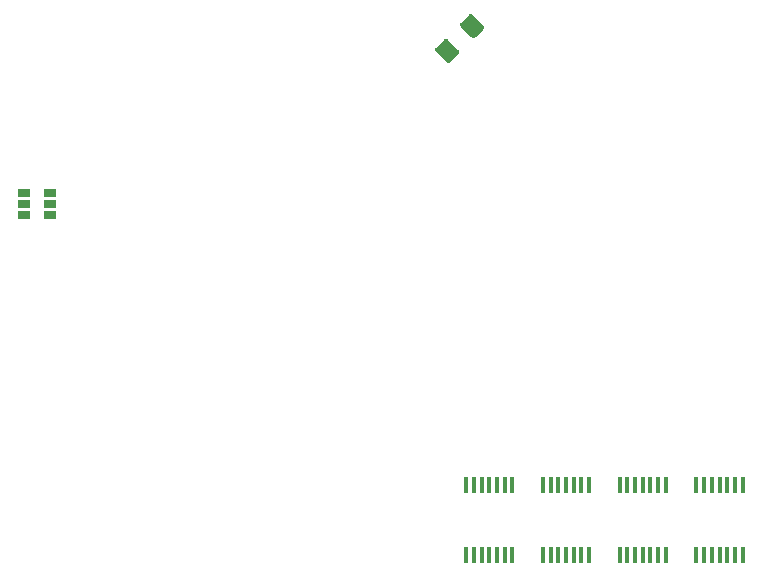
<source format=gbr>
G04 #@! TF.GenerationSoftware,KiCad,Pcbnew,(5.1.2)-1*
G04 #@! TF.CreationDate,2019-06-26T13:36:35-07:00*
G04 #@! TF.ProjectId,FIFO_P,4649464f-5f50-42e6-9b69-6361645f7063,rev?*
G04 #@! TF.SameCoordinates,Original*
G04 #@! TF.FileFunction,Paste,Bot*
G04 #@! TF.FilePolarity,Positive*
%FSLAX46Y46*%
G04 Gerber Fmt 4.6, Leading zero omitted, Abs format (unit mm)*
G04 Created by KiCad (PCBNEW (5.1.2)-1) date 2019-06-26 13:36:35*
%MOMM*%
%LPD*%
G04 APERTURE LIST*
%ADD10C,0.100000*%
%ADD11C,1.425000*%
%ADD12R,0.450000X1.450000*%
%ADD13R,1.060000X0.650000*%
G04 APERTURE END LIST*
D10*
G36*
X106211359Y-72680142D02*
G01*
X106235566Y-72683733D01*
X106259305Y-72689679D01*
X106282347Y-72697923D01*
X106304470Y-72708387D01*
X106325461Y-72720968D01*
X106345117Y-72735546D01*
X106363250Y-72751981D01*
X107248019Y-73636750D01*
X107264454Y-73654883D01*
X107279032Y-73674539D01*
X107291613Y-73695530D01*
X107302077Y-73717653D01*
X107310321Y-73740695D01*
X107316267Y-73764434D01*
X107319858Y-73788641D01*
X107321059Y-73813084D01*
X107319858Y-73837527D01*
X107316267Y-73861734D01*
X107310321Y-73885473D01*
X107302077Y-73908515D01*
X107291613Y-73930638D01*
X107279032Y-73951629D01*
X107264454Y-73971285D01*
X107248019Y-73989418D01*
X106593060Y-74644377D01*
X106574927Y-74660812D01*
X106555271Y-74675390D01*
X106534280Y-74687971D01*
X106512157Y-74698435D01*
X106489115Y-74706679D01*
X106465376Y-74712625D01*
X106441169Y-74716216D01*
X106416726Y-74717417D01*
X106392283Y-74716216D01*
X106368076Y-74712625D01*
X106344337Y-74706679D01*
X106321295Y-74698435D01*
X106299172Y-74687971D01*
X106278181Y-74675390D01*
X106258525Y-74660812D01*
X106240392Y-74644377D01*
X105355623Y-73759608D01*
X105339188Y-73741475D01*
X105324610Y-73721819D01*
X105312029Y-73700828D01*
X105301565Y-73678705D01*
X105293321Y-73655663D01*
X105287375Y-73631924D01*
X105283784Y-73607717D01*
X105282583Y-73583274D01*
X105283784Y-73558831D01*
X105287375Y-73534624D01*
X105293321Y-73510885D01*
X105301565Y-73487843D01*
X105312029Y-73465720D01*
X105324610Y-73444729D01*
X105339188Y-73425073D01*
X105355623Y-73406940D01*
X106010582Y-72751981D01*
X106028715Y-72735546D01*
X106048371Y-72720968D01*
X106069362Y-72708387D01*
X106091485Y-72697923D01*
X106114527Y-72689679D01*
X106138266Y-72683733D01*
X106162473Y-72680142D01*
X106186916Y-72678941D01*
X106211359Y-72680142D01*
X106211359Y-72680142D01*
G37*
D11*
X106301821Y-73698179D03*
D10*
G36*
X104107717Y-74783784D02*
G01*
X104131924Y-74787375D01*
X104155663Y-74793321D01*
X104178705Y-74801565D01*
X104200828Y-74812029D01*
X104221819Y-74824610D01*
X104241475Y-74839188D01*
X104259608Y-74855623D01*
X105144377Y-75740392D01*
X105160812Y-75758525D01*
X105175390Y-75778181D01*
X105187971Y-75799172D01*
X105198435Y-75821295D01*
X105206679Y-75844337D01*
X105212625Y-75868076D01*
X105216216Y-75892283D01*
X105217417Y-75916726D01*
X105216216Y-75941169D01*
X105212625Y-75965376D01*
X105206679Y-75989115D01*
X105198435Y-76012157D01*
X105187971Y-76034280D01*
X105175390Y-76055271D01*
X105160812Y-76074927D01*
X105144377Y-76093060D01*
X104489418Y-76748019D01*
X104471285Y-76764454D01*
X104451629Y-76779032D01*
X104430638Y-76791613D01*
X104408515Y-76802077D01*
X104385473Y-76810321D01*
X104361734Y-76816267D01*
X104337527Y-76819858D01*
X104313084Y-76821059D01*
X104288641Y-76819858D01*
X104264434Y-76816267D01*
X104240695Y-76810321D01*
X104217653Y-76802077D01*
X104195530Y-76791613D01*
X104174539Y-76779032D01*
X104154883Y-76764454D01*
X104136750Y-76748019D01*
X103251981Y-75863250D01*
X103235546Y-75845117D01*
X103220968Y-75825461D01*
X103208387Y-75804470D01*
X103197923Y-75782347D01*
X103189679Y-75759305D01*
X103183733Y-75735566D01*
X103180142Y-75711359D01*
X103178941Y-75686916D01*
X103180142Y-75662473D01*
X103183733Y-75638266D01*
X103189679Y-75614527D01*
X103197923Y-75591485D01*
X103208387Y-75569362D01*
X103220968Y-75548371D01*
X103235546Y-75528715D01*
X103251981Y-75510582D01*
X103906940Y-74855623D01*
X103925073Y-74839188D01*
X103944729Y-74824610D01*
X103965720Y-74812029D01*
X103987843Y-74801565D01*
X104010885Y-74793321D01*
X104034624Y-74787375D01*
X104058831Y-74783784D01*
X104083274Y-74782583D01*
X104107717Y-74783784D01*
X104107717Y-74783784D01*
G37*
D11*
X104198179Y-75801821D03*
D12*
X125300000Y-118450000D03*
X125950000Y-118450000D03*
X126600000Y-118450000D03*
X127250000Y-118450000D03*
X127900000Y-118450000D03*
X128550000Y-118450000D03*
X129200000Y-118450000D03*
X129200000Y-112550000D03*
X128550000Y-112550000D03*
X127900000Y-112550000D03*
X127250000Y-112550000D03*
X126600000Y-112550000D03*
X125950000Y-112550000D03*
X125300000Y-112550000D03*
X112300000Y-118450000D03*
X112950000Y-118450000D03*
X113600000Y-118450000D03*
X114250000Y-118450000D03*
X114900000Y-118450000D03*
X115550000Y-118450000D03*
X116200000Y-118450000D03*
X116200000Y-112550000D03*
X115550000Y-112550000D03*
X114900000Y-112550000D03*
X114250000Y-112550000D03*
X113600000Y-112550000D03*
X112950000Y-112550000D03*
X112300000Y-112550000D03*
X105800000Y-118450000D03*
X106450000Y-118450000D03*
X107100000Y-118450000D03*
X107750000Y-118450000D03*
X108400000Y-118450000D03*
X109050000Y-118450000D03*
X109700000Y-118450000D03*
X109700000Y-112550000D03*
X109050000Y-112550000D03*
X108400000Y-112550000D03*
X107750000Y-112550000D03*
X107100000Y-112550000D03*
X106450000Y-112550000D03*
X105800000Y-112550000D03*
D13*
X68400000Y-88750000D03*
X68400000Y-87800000D03*
X68400000Y-89700000D03*
X70600000Y-89700000D03*
X70600000Y-88750000D03*
X70600000Y-87800000D03*
D12*
X118800000Y-118450000D03*
X119450000Y-118450000D03*
X120100000Y-118450000D03*
X120750000Y-118450000D03*
X121400000Y-118450000D03*
X122050000Y-118450000D03*
X122700000Y-118450000D03*
X122700000Y-112550000D03*
X122050000Y-112550000D03*
X121400000Y-112550000D03*
X120750000Y-112550000D03*
X120100000Y-112550000D03*
X119450000Y-112550000D03*
X118800000Y-112550000D03*
M02*

</source>
